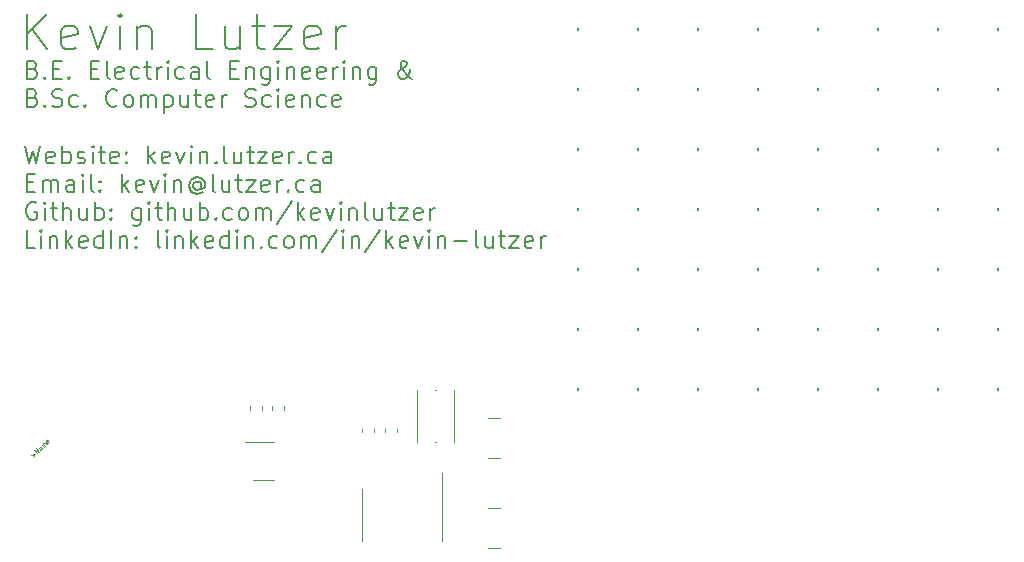
<source format=gbr>
G04 #@! TF.GenerationSoftware,KiCad,Pcbnew,(5.1.5-0-10_14)*
G04 #@! TF.CreationDate,2020-05-09T22:30:08-06:00*
G04 #@! TF.ProjectId,business_card_v1,62757369-6e65-4737-935f-636172645f76,rev?*
G04 #@! TF.SameCoordinates,Original*
G04 #@! TF.FileFunction,Legend,Top*
G04 #@! TF.FilePolarity,Positive*
%FSLAX46Y46*%
G04 Gerber Fmt 4.6, Leading zero omitted, Abs format (unit mm)*
G04 Created by KiCad (PCBNEW (5.1.5-0-10_14)) date 2020-05-09 22:30:08*
%MOMM*%
%LPD*%
G04 APERTURE LIST*
%ADD10C,0.203200*%
%ADD11C,0.142240*%
%ADD12C,0.120000*%
%ADD13C,0.100000*%
%ADD14C,0.032512*%
G04 APERTURE END LIST*
D10*
X107018365Y-85201142D02*
X107018365Y-82201142D01*
X108732651Y-85201142D02*
X107446937Y-83486857D01*
X108732651Y-82201142D02*
X107018365Y-83915428D01*
X111161222Y-85058285D02*
X110875508Y-85201142D01*
X110304080Y-85201142D01*
X110018365Y-85058285D01*
X109875508Y-84772571D01*
X109875508Y-83629714D01*
X110018365Y-83344000D01*
X110304080Y-83201142D01*
X110875508Y-83201142D01*
X111161222Y-83344000D01*
X111304080Y-83629714D01*
X111304080Y-83915428D01*
X109875508Y-84201142D01*
X112304080Y-83201142D02*
X113018365Y-85201142D01*
X113732651Y-83201142D01*
X114875508Y-85201142D02*
X114875508Y-83201142D01*
X114875508Y-82201142D02*
X114732651Y-82344000D01*
X114875508Y-82486857D01*
X115018365Y-82344000D01*
X114875508Y-82201142D01*
X114875508Y-82486857D01*
X116304080Y-83201142D02*
X116304080Y-85201142D01*
X116304080Y-83486857D02*
X116446937Y-83344000D01*
X116732651Y-83201142D01*
X117161222Y-83201142D01*
X117446937Y-83344000D01*
X117589794Y-83629714D01*
X117589794Y-85201142D01*
X122732651Y-85201142D02*
X121304080Y-85201142D01*
X121304080Y-82201142D01*
X125018365Y-83201142D02*
X125018365Y-85201142D01*
X123732651Y-83201142D02*
X123732651Y-84772571D01*
X123875508Y-85058285D01*
X124161222Y-85201142D01*
X124589794Y-85201142D01*
X124875508Y-85058285D01*
X125018365Y-84915428D01*
X126018365Y-83201142D02*
X127161222Y-83201142D01*
X126446937Y-82201142D02*
X126446937Y-84772571D01*
X126589794Y-85058285D01*
X126875508Y-85201142D01*
X127161222Y-85201142D01*
X127875508Y-83201142D02*
X129446937Y-83201142D01*
X127875508Y-85201142D01*
X129446937Y-85201142D01*
X131732651Y-85058285D02*
X131446937Y-85201142D01*
X130875508Y-85201142D01*
X130589794Y-85058285D01*
X130446937Y-84772571D01*
X130446937Y-83629714D01*
X130589794Y-83344000D01*
X130875508Y-83201142D01*
X131446937Y-83201142D01*
X131732651Y-83344000D01*
X131875508Y-83629714D01*
X131875508Y-83915428D01*
X130446937Y-84201142D01*
X133161222Y-85201142D02*
X133161222Y-83201142D01*
X133161222Y-83772571D02*
X133304080Y-83486857D01*
X133446937Y-83344000D01*
X133732651Y-83201142D01*
X134018365Y-83201142D01*
D11*
X107490698Y-86897417D02*
X107704984Y-86968845D01*
X107776413Y-87040274D01*
X107847841Y-87183131D01*
X107847841Y-87397417D01*
X107776413Y-87540274D01*
X107704984Y-87611702D01*
X107562127Y-87683131D01*
X106990698Y-87683131D01*
X106990698Y-86183131D01*
X107490698Y-86183131D01*
X107633556Y-86254560D01*
X107704984Y-86325988D01*
X107776413Y-86468845D01*
X107776413Y-86611702D01*
X107704984Y-86754560D01*
X107633556Y-86825988D01*
X107490698Y-86897417D01*
X106990698Y-86897417D01*
X108490698Y-87540274D02*
X108562127Y-87611702D01*
X108490698Y-87683131D01*
X108419270Y-87611702D01*
X108490698Y-87540274D01*
X108490698Y-87683131D01*
X109204984Y-86897417D02*
X109704984Y-86897417D01*
X109919270Y-87683131D02*
X109204984Y-87683131D01*
X109204984Y-86183131D01*
X109919270Y-86183131D01*
X110562127Y-87540274D02*
X110633556Y-87611702D01*
X110562127Y-87683131D01*
X110490698Y-87611702D01*
X110562127Y-87540274D01*
X110562127Y-87683131D01*
X112419270Y-86897417D02*
X112919270Y-86897417D01*
X113133556Y-87683131D02*
X112419270Y-87683131D01*
X112419270Y-86183131D01*
X113133556Y-86183131D01*
X113990698Y-87683131D02*
X113847841Y-87611702D01*
X113776413Y-87468845D01*
X113776413Y-86183131D01*
X115133556Y-87611702D02*
X114990698Y-87683131D01*
X114704984Y-87683131D01*
X114562127Y-87611702D01*
X114490698Y-87468845D01*
X114490698Y-86897417D01*
X114562127Y-86754560D01*
X114704984Y-86683131D01*
X114990698Y-86683131D01*
X115133556Y-86754560D01*
X115204984Y-86897417D01*
X115204984Y-87040274D01*
X114490698Y-87183131D01*
X116490698Y-87611702D02*
X116347841Y-87683131D01*
X116062127Y-87683131D01*
X115919270Y-87611702D01*
X115847841Y-87540274D01*
X115776413Y-87397417D01*
X115776413Y-86968845D01*
X115847841Y-86825988D01*
X115919270Y-86754560D01*
X116062127Y-86683131D01*
X116347841Y-86683131D01*
X116490698Y-86754560D01*
X116919270Y-86683131D02*
X117490698Y-86683131D01*
X117133556Y-86183131D02*
X117133556Y-87468845D01*
X117204984Y-87611702D01*
X117347841Y-87683131D01*
X117490698Y-87683131D01*
X117990698Y-87683131D02*
X117990698Y-86683131D01*
X117990698Y-86968845D02*
X118062127Y-86825988D01*
X118133556Y-86754560D01*
X118276413Y-86683131D01*
X118419270Y-86683131D01*
X118919270Y-87683131D02*
X118919270Y-86683131D01*
X118919270Y-86183131D02*
X118847841Y-86254560D01*
X118919270Y-86325988D01*
X118990698Y-86254560D01*
X118919270Y-86183131D01*
X118919270Y-86325988D01*
X120276413Y-87611702D02*
X120133556Y-87683131D01*
X119847841Y-87683131D01*
X119704984Y-87611702D01*
X119633556Y-87540274D01*
X119562127Y-87397417D01*
X119562127Y-86968845D01*
X119633556Y-86825988D01*
X119704984Y-86754560D01*
X119847841Y-86683131D01*
X120133556Y-86683131D01*
X120276413Y-86754560D01*
X121562127Y-87683131D02*
X121562127Y-86897417D01*
X121490698Y-86754560D01*
X121347841Y-86683131D01*
X121062127Y-86683131D01*
X120919270Y-86754560D01*
X121562127Y-87611702D02*
X121419270Y-87683131D01*
X121062127Y-87683131D01*
X120919270Y-87611702D01*
X120847841Y-87468845D01*
X120847841Y-87325988D01*
X120919270Y-87183131D01*
X121062127Y-87111702D01*
X121419270Y-87111702D01*
X121562127Y-87040274D01*
X122490698Y-87683131D02*
X122347841Y-87611702D01*
X122276413Y-87468845D01*
X122276413Y-86183131D01*
X124204984Y-86897417D02*
X124704984Y-86897417D01*
X124919270Y-87683131D02*
X124204984Y-87683131D01*
X124204984Y-86183131D01*
X124919270Y-86183131D01*
X125562127Y-86683131D02*
X125562127Y-87683131D01*
X125562127Y-86825988D02*
X125633556Y-86754560D01*
X125776413Y-86683131D01*
X125990698Y-86683131D01*
X126133556Y-86754560D01*
X126204984Y-86897417D01*
X126204984Y-87683131D01*
X127562127Y-86683131D02*
X127562127Y-87897417D01*
X127490698Y-88040274D01*
X127419270Y-88111702D01*
X127276413Y-88183131D01*
X127062127Y-88183131D01*
X126919270Y-88111702D01*
X127562127Y-87611702D02*
X127419270Y-87683131D01*
X127133556Y-87683131D01*
X126990698Y-87611702D01*
X126919270Y-87540274D01*
X126847841Y-87397417D01*
X126847841Y-86968845D01*
X126919270Y-86825988D01*
X126990698Y-86754560D01*
X127133556Y-86683131D01*
X127419270Y-86683131D01*
X127562127Y-86754560D01*
X128276413Y-87683131D02*
X128276413Y-86683131D01*
X128276413Y-86183131D02*
X128204984Y-86254560D01*
X128276413Y-86325988D01*
X128347841Y-86254560D01*
X128276413Y-86183131D01*
X128276413Y-86325988D01*
X128990698Y-86683131D02*
X128990698Y-87683131D01*
X128990698Y-86825988D02*
X129062127Y-86754560D01*
X129204984Y-86683131D01*
X129419270Y-86683131D01*
X129562127Y-86754560D01*
X129633556Y-86897417D01*
X129633556Y-87683131D01*
X130919270Y-87611702D02*
X130776413Y-87683131D01*
X130490698Y-87683131D01*
X130347841Y-87611702D01*
X130276413Y-87468845D01*
X130276413Y-86897417D01*
X130347841Y-86754560D01*
X130490698Y-86683131D01*
X130776413Y-86683131D01*
X130919270Y-86754560D01*
X130990698Y-86897417D01*
X130990698Y-87040274D01*
X130276413Y-87183131D01*
X132204984Y-87611702D02*
X132062127Y-87683131D01*
X131776413Y-87683131D01*
X131633556Y-87611702D01*
X131562127Y-87468845D01*
X131562127Y-86897417D01*
X131633556Y-86754560D01*
X131776413Y-86683131D01*
X132062127Y-86683131D01*
X132204984Y-86754560D01*
X132276413Y-86897417D01*
X132276413Y-87040274D01*
X131562127Y-87183131D01*
X132919270Y-87683131D02*
X132919270Y-86683131D01*
X132919270Y-86968845D02*
X132990698Y-86825988D01*
X133062127Y-86754560D01*
X133204984Y-86683131D01*
X133347841Y-86683131D01*
X133847841Y-87683131D02*
X133847841Y-86683131D01*
X133847841Y-86183131D02*
X133776413Y-86254560D01*
X133847841Y-86325988D01*
X133919270Y-86254560D01*
X133847841Y-86183131D01*
X133847841Y-86325988D01*
X134562127Y-86683131D02*
X134562127Y-87683131D01*
X134562127Y-86825988D02*
X134633556Y-86754560D01*
X134776413Y-86683131D01*
X134990698Y-86683131D01*
X135133556Y-86754560D01*
X135204984Y-86897417D01*
X135204984Y-87683131D01*
X136562127Y-86683131D02*
X136562127Y-87897417D01*
X136490698Y-88040274D01*
X136419270Y-88111702D01*
X136276413Y-88183131D01*
X136062127Y-88183131D01*
X135919270Y-88111702D01*
X136562127Y-87611702D02*
X136419270Y-87683131D01*
X136133556Y-87683131D01*
X135990698Y-87611702D01*
X135919270Y-87540274D01*
X135847841Y-87397417D01*
X135847841Y-86968845D01*
X135919270Y-86825988D01*
X135990698Y-86754560D01*
X136133556Y-86683131D01*
X136419270Y-86683131D01*
X136562127Y-86754560D01*
X139633556Y-87683131D02*
X139562127Y-87683131D01*
X139419270Y-87611702D01*
X139204984Y-87397417D01*
X138847841Y-86968845D01*
X138704984Y-86754560D01*
X138633556Y-86540274D01*
X138633556Y-86397417D01*
X138704984Y-86254560D01*
X138847841Y-86183131D01*
X138919270Y-86183131D01*
X139062127Y-86254560D01*
X139133556Y-86397417D01*
X139133556Y-86468845D01*
X139062127Y-86611702D01*
X138990698Y-86683131D01*
X138562127Y-86968845D01*
X138490698Y-87040274D01*
X138419270Y-87183131D01*
X138419270Y-87397417D01*
X138490698Y-87540274D01*
X138562127Y-87611702D01*
X138704984Y-87683131D01*
X138919270Y-87683131D01*
X139062127Y-87611702D01*
X139133556Y-87540274D01*
X139347841Y-87254560D01*
X139419270Y-87040274D01*
X139419270Y-86897417D01*
X107490698Y-89289657D02*
X107704984Y-89361085D01*
X107776413Y-89432514D01*
X107847841Y-89575371D01*
X107847841Y-89789657D01*
X107776413Y-89932514D01*
X107704984Y-90003942D01*
X107562127Y-90075371D01*
X106990698Y-90075371D01*
X106990698Y-88575371D01*
X107490698Y-88575371D01*
X107633556Y-88646800D01*
X107704984Y-88718228D01*
X107776413Y-88861085D01*
X107776413Y-89003942D01*
X107704984Y-89146800D01*
X107633556Y-89218228D01*
X107490698Y-89289657D01*
X106990698Y-89289657D01*
X108490698Y-89932514D02*
X108562127Y-90003942D01*
X108490698Y-90075371D01*
X108419270Y-90003942D01*
X108490698Y-89932514D01*
X108490698Y-90075371D01*
X109133556Y-90003942D02*
X109347841Y-90075371D01*
X109704984Y-90075371D01*
X109847841Y-90003942D01*
X109919270Y-89932514D01*
X109990698Y-89789657D01*
X109990698Y-89646800D01*
X109919270Y-89503942D01*
X109847841Y-89432514D01*
X109704984Y-89361085D01*
X109419270Y-89289657D01*
X109276413Y-89218228D01*
X109204984Y-89146800D01*
X109133556Y-89003942D01*
X109133556Y-88861085D01*
X109204984Y-88718228D01*
X109276413Y-88646800D01*
X109419270Y-88575371D01*
X109776413Y-88575371D01*
X109990698Y-88646800D01*
X111276413Y-90003942D02*
X111133556Y-90075371D01*
X110847841Y-90075371D01*
X110704984Y-90003942D01*
X110633556Y-89932514D01*
X110562127Y-89789657D01*
X110562127Y-89361085D01*
X110633556Y-89218228D01*
X110704984Y-89146800D01*
X110847841Y-89075371D01*
X111133556Y-89075371D01*
X111276413Y-89146800D01*
X111919270Y-89932514D02*
X111990698Y-90003942D01*
X111919270Y-90075371D01*
X111847841Y-90003942D01*
X111919270Y-89932514D01*
X111919270Y-90075371D01*
X114633556Y-89932514D02*
X114562127Y-90003942D01*
X114347841Y-90075371D01*
X114204984Y-90075371D01*
X113990698Y-90003942D01*
X113847841Y-89861085D01*
X113776413Y-89718228D01*
X113704984Y-89432514D01*
X113704984Y-89218228D01*
X113776413Y-88932514D01*
X113847841Y-88789657D01*
X113990698Y-88646800D01*
X114204984Y-88575371D01*
X114347841Y-88575371D01*
X114562127Y-88646800D01*
X114633556Y-88718228D01*
X115490698Y-90075371D02*
X115347841Y-90003942D01*
X115276413Y-89932514D01*
X115204984Y-89789657D01*
X115204984Y-89361085D01*
X115276413Y-89218228D01*
X115347841Y-89146800D01*
X115490698Y-89075371D01*
X115704984Y-89075371D01*
X115847841Y-89146800D01*
X115919270Y-89218228D01*
X115990698Y-89361085D01*
X115990698Y-89789657D01*
X115919270Y-89932514D01*
X115847841Y-90003942D01*
X115704984Y-90075371D01*
X115490698Y-90075371D01*
X116633556Y-90075371D02*
X116633556Y-89075371D01*
X116633556Y-89218228D02*
X116704984Y-89146800D01*
X116847841Y-89075371D01*
X117062127Y-89075371D01*
X117204984Y-89146800D01*
X117276413Y-89289657D01*
X117276413Y-90075371D01*
X117276413Y-89289657D02*
X117347841Y-89146800D01*
X117490698Y-89075371D01*
X117704984Y-89075371D01*
X117847841Y-89146800D01*
X117919270Y-89289657D01*
X117919270Y-90075371D01*
X118633556Y-89075371D02*
X118633556Y-90575371D01*
X118633556Y-89146800D02*
X118776413Y-89075371D01*
X119062127Y-89075371D01*
X119204984Y-89146800D01*
X119276413Y-89218228D01*
X119347841Y-89361085D01*
X119347841Y-89789657D01*
X119276413Y-89932514D01*
X119204984Y-90003942D01*
X119062127Y-90075371D01*
X118776413Y-90075371D01*
X118633556Y-90003942D01*
X120633556Y-89075371D02*
X120633556Y-90075371D01*
X119990698Y-89075371D02*
X119990698Y-89861085D01*
X120062127Y-90003942D01*
X120204984Y-90075371D01*
X120419270Y-90075371D01*
X120562127Y-90003942D01*
X120633556Y-89932514D01*
X121133556Y-89075371D02*
X121704984Y-89075371D01*
X121347841Y-88575371D02*
X121347841Y-89861085D01*
X121419270Y-90003942D01*
X121562127Y-90075371D01*
X121704984Y-90075371D01*
X122776413Y-90003942D02*
X122633556Y-90075371D01*
X122347841Y-90075371D01*
X122204984Y-90003942D01*
X122133556Y-89861085D01*
X122133556Y-89289657D01*
X122204984Y-89146800D01*
X122347841Y-89075371D01*
X122633556Y-89075371D01*
X122776413Y-89146800D01*
X122847841Y-89289657D01*
X122847841Y-89432514D01*
X122133556Y-89575371D01*
X123490698Y-90075371D02*
X123490698Y-89075371D01*
X123490698Y-89361085D02*
X123562127Y-89218228D01*
X123633556Y-89146800D01*
X123776413Y-89075371D01*
X123919270Y-89075371D01*
X125490698Y-90003942D02*
X125704984Y-90075371D01*
X126062127Y-90075371D01*
X126204984Y-90003942D01*
X126276413Y-89932514D01*
X126347841Y-89789657D01*
X126347841Y-89646800D01*
X126276413Y-89503942D01*
X126204984Y-89432514D01*
X126062127Y-89361085D01*
X125776413Y-89289657D01*
X125633556Y-89218228D01*
X125562127Y-89146800D01*
X125490698Y-89003942D01*
X125490698Y-88861085D01*
X125562127Y-88718228D01*
X125633556Y-88646800D01*
X125776413Y-88575371D01*
X126133556Y-88575371D01*
X126347841Y-88646800D01*
X127633556Y-90003942D02*
X127490698Y-90075371D01*
X127204984Y-90075371D01*
X127062127Y-90003942D01*
X126990698Y-89932514D01*
X126919270Y-89789657D01*
X126919270Y-89361085D01*
X126990698Y-89218228D01*
X127062127Y-89146800D01*
X127204984Y-89075371D01*
X127490698Y-89075371D01*
X127633556Y-89146800D01*
X128276413Y-90075371D02*
X128276413Y-89075371D01*
X128276413Y-88575371D02*
X128204984Y-88646800D01*
X128276413Y-88718228D01*
X128347841Y-88646800D01*
X128276413Y-88575371D01*
X128276413Y-88718228D01*
X129562127Y-90003942D02*
X129419270Y-90075371D01*
X129133556Y-90075371D01*
X128990698Y-90003942D01*
X128919270Y-89861085D01*
X128919270Y-89289657D01*
X128990698Y-89146800D01*
X129133556Y-89075371D01*
X129419270Y-89075371D01*
X129562127Y-89146800D01*
X129633556Y-89289657D01*
X129633556Y-89432514D01*
X128919270Y-89575371D01*
X130276413Y-89075371D02*
X130276413Y-90075371D01*
X130276413Y-89218228D02*
X130347841Y-89146800D01*
X130490698Y-89075371D01*
X130704984Y-89075371D01*
X130847841Y-89146800D01*
X130919270Y-89289657D01*
X130919270Y-90075371D01*
X132276413Y-90003942D02*
X132133556Y-90075371D01*
X131847841Y-90075371D01*
X131704984Y-90003942D01*
X131633556Y-89932514D01*
X131562127Y-89789657D01*
X131562127Y-89361085D01*
X131633556Y-89218228D01*
X131704984Y-89146800D01*
X131847841Y-89075371D01*
X132133556Y-89075371D01*
X132276413Y-89146800D01*
X133490698Y-90003942D02*
X133347841Y-90075371D01*
X133062127Y-90075371D01*
X132919270Y-90003942D01*
X132847841Y-89861085D01*
X132847841Y-89289657D01*
X132919270Y-89146800D01*
X133062127Y-89075371D01*
X133347841Y-89075371D01*
X133490698Y-89146800D01*
X133562127Y-89289657D01*
X133562127Y-89432514D01*
X132847841Y-89575371D01*
X106847841Y-93359851D02*
X107204984Y-94859851D01*
X107490698Y-93788422D01*
X107776413Y-94859851D01*
X108133556Y-93359851D01*
X109276413Y-94788422D02*
X109133556Y-94859851D01*
X108847841Y-94859851D01*
X108704984Y-94788422D01*
X108633556Y-94645565D01*
X108633556Y-94074137D01*
X108704984Y-93931280D01*
X108847841Y-93859851D01*
X109133556Y-93859851D01*
X109276413Y-93931280D01*
X109347841Y-94074137D01*
X109347841Y-94216994D01*
X108633556Y-94359851D01*
X109990698Y-94859851D02*
X109990698Y-93359851D01*
X109990698Y-93931280D02*
X110133556Y-93859851D01*
X110419270Y-93859851D01*
X110562127Y-93931280D01*
X110633556Y-94002708D01*
X110704984Y-94145565D01*
X110704984Y-94574137D01*
X110633556Y-94716994D01*
X110562127Y-94788422D01*
X110419270Y-94859851D01*
X110133556Y-94859851D01*
X109990698Y-94788422D01*
X111276413Y-94788422D02*
X111419270Y-94859851D01*
X111704984Y-94859851D01*
X111847841Y-94788422D01*
X111919270Y-94645565D01*
X111919270Y-94574137D01*
X111847841Y-94431280D01*
X111704984Y-94359851D01*
X111490698Y-94359851D01*
X111347841Y-94288422D01*
X111276413Y-94145565D01*
X111276413Y-94074137D01*
X111347841Y-93931280D01*
X111490698Y-93859851D01*
X111704984Y-93859851D01*
X111847841Y-93931280D01*
X112562127Y-94859851D02*
X112562127Y-93859851D01*
X112562127Y-93359851D02*
X112490698Y-93431280D01*
X112562127Y-93502708D01*
X112633556Y-93431280D01*
X112562127Y-93359851D01*
X112562127Y-93502708D01*
X113062127Y-93859851D02*
X113633556Y-93859851D01*
X113276413Y-93359851D02*
X113276413Y-94645565D01*
X113347841Y-94788422D01*
X113490698Y-94859851D01*
X113633556Y-94859851D01*
X114704984Y-94788422D02*
X114562127Y-94859851D01*
X114276413Y-94859851D01*
X114133556Y-94788422D01*
X114062127Y-94645565D01*
X114062127Y-94074137D01*
X114133556Y-93931280D01*
X114276413Y-93859851D01*
X114562127Y-93859851D01*
X114704984Y-93931280D01*
X114776413Y-94074137D01*
X114776413Y-94216994D01*
X114062127Y-94359851D01*
X115419270Y-94716994D02*
X115490698Y-94788422D01*
X115419270Y-94859851D01*
X115347841Y-94788422D01*
X115419270Y-94716994D01*
X115419270Y-94859851D01*
X115419270Y-93931280D02*
X115490698Y-94002708D01*
X115419270Y-94074137D01*
X115347841Y-94002708D01*
X115419270Y-93931280D01*
X115419270Y-94074137D01*
X117276413Y-94859851D02*
X117276413Y-93359851D01*
X117419270Y-94288422D02*
X117847841Y-94859851D01*
X117847841Y-93859851D02*
X117276413Y-94431280D01*
X119062127Y-94788422D02*
X118919270Y-94859851D01*
X118633556Y-94859851D01*
X118490698Y-94788422D01*
X118419270Y-94645565D01*
X118419270Y-94074137D01*
X118490698Y-93931280D01*
X118633556Y-93859851D01*
X118919270Y-93859851D01*
X119062127Y-93931280D01*
X119133556Y-94074137D01*
X119133556Y-94216994D01*
X118419270Y-94359851D01*
X119633556Y-93859851D02*
X119990698Y-94859851D01*
X120347841Y-93859851D01*
X120919270Y-94859851D02*
X120919270Y-93859851D01*
X120919270Y-93359851D02*
X120847841Y-93431280D01*
X120919270Y-93502708D01*
X120990698Y-93431280D01*
X120919270Y-93359851D01*
X120919270Y-93502708D01*
X121633556Y-93859851D02*
X121633556Y-94859851D01*
X121633556Y-94002708D02*
X121704984Y-93931280D01*
X121847841Y-93859851D01*
X122062127Y-93859851D01*
X122204984Y-93931280D01*
X122276413Y-94074137D01*
X122276413Y-94859851D01*
X122990698Y-94716994D02*
X123062127Y-94788422D01*
X122990698Y-94859851D01*
X122919270Y-94788422D01*
X122990698Y-94716994D01*
X122990698Y-94859851D01*
X123919270Y-94859851D02*
X123776413Y-94788422D01*
X123704984Y-94645565D01*
X123704984Y-93359851D01*
X125133556Y-93859851D02*
X125133556Y-94859851D01*
X124490698Y-93859851D02*
X124490698Y-94645565D01*
X124562127Y-94788422D01*
X124704984Y-94859851D01*
X124919270Y-94859851D01*
X125062127Y-94788422D01*
X125133556Y-94716994D01*
X125633556Y-93859851D02*
X126204984Y-93859851D01*
X125847841Y-93359851D02*
X125847841Y-94645565D01*
X125919270Y-94788422D01*
X126062127Y-94859851D01*
X126204984Y-94859851D01*
X126562127Y-93859851D02*
X127347841Y-93859851D01*
X126562127Y-94859851D01*
X127347841Y-94859851D01*
X128490698Y-94788422D02*
X128347841Y-94859851D01*
X128062127Y-94859851D01*
X127919270Y-94788422D01*
X127847841Y-94645565D01*
X127847841Y-94074137D01*
X127919270Y-93931280D01*
X128062127Y-93859851D01*
X128347841Y-93859851D01*
X128490698Y-93931280D01*
X128562127Y-94074137D01*
X128562127Y-94216994D01*
X127847841Y-94359851D01*
X129204984Y-94859851D02*
X129204984Y-93859851D01*
X129204984Y-94145565D02*
X129276413Y-94002708D01*
X129347841Y-93931280D01*
X129490698Y-93859851D01*
X129633556Y-93859851D01*
X130133556Y-94716994D02*
X130204984Y-94788422D01*
X130133556Y-94859851D01*
X130062127Y-94788422D01*
X130133556Y-94716994D01*
X130133556Y-94859851D01*
X131490698Y-94788422D02*
X131347841Y-94859851D01*
X131062127Y-94859851D01*
X130919270Y-94788422D01*
X130847841Y-94716994D01*
X130776413Y-94574137D01*
X130776413Y-94145565D01*
X130847841Y-94002708D01*
X130919270Y-93931280D01*
X131062127Y-93859851D01*
X131347841Y-93859851D01*
X131490698Y-93931280D01*
X132776413Y-94859851D02*
X132776413Y-94074137D01*
X132704984Y-93931280D01*
X132562127Y-93859851D01*
X132276413Y-93859851D01*
X132133556Y-93931280D01*
X132776413Y-94788422D02*
X132633556Y-94859851D01*
X132276413Y-94859851D01*
X132133556Y-94788422D01*
X132062127Y-94645565D01*
X132062127Y-94502708D01*
X132133556Y-94359851D01*
X132276413Y-94288422D01*
X132633556Y-94288422D01*
X132776413Y-94216994D01*
X106990698Y-96466377D02*
X107490698Y-96466377D01*
X107704984Y-97252091D02*
X106990698Y-97252091D01*
X106990698Y-95752091D01*
X107704984Y-95752091D01*
X108347841Y-97252091D02*
X108347841Y-96252091D01*
X108347841Y-96394948D02*
X108419270Y-96323520D01*
X108562127Y-96252091D01*
X108776413Y-96252091D01*
X108919270Y-96323520D01*
X108990698Y-96466377D01*
X108990698Y-97252091D01*
X108990698Y-96466377D02*
X109062127Y-96323520D01*
X109204984Y-96252091D01*
X109419270Y-96252091D01*
X109562127Y-96323520D01*
X109633556Y-96466377D01*
X109633556Y-97252091D01*
X110990698Y-97252091D02*
X110990698Y-96466377D01*
X110919270Y-96323520D01*
X110776413Y-96252091D01*
X110490698Y-96252091D01*
X110347841Y-96323520D01*
X110990698Y-97180662D02*
X110847841Y-97252091D01*
X110490698Y-97252091D01*
X110347841Y-97180662D01*
X110276413Y-97037805D01*
X110276413Y-96894948D01*
X110347841Y-96752091D01*
X110490698Y-96680662D01*
X110847841Y-96680662D01*
X110990698Y-96609234D01*
X111704984Y-97252091D02*
X111704984Y-96252091D01*
X111704984Y-95752091D02*
X111633556Y-95823520D01*
X111704984Y-95894948D01*
X111776413Y-95823520D01*
X111704984Y-95752091D01*
X111704984Y-95894948D01*
X112633556Y-97252091D02*
X112490698Y-97180662D01*
X112419270Y-97037805D01*
X112419270Y-95752091D01*
X113204984Y-97109234D02*
X113276413Y-97180662D01*
X113204984Y-97252091D01*
X113133556Y-97180662D01*
X113204984Y-97109234D01*
X113204984Y-97252091D01*
X113204984Y-96323520D02*
X113276413Y-96394948D01*
X113204984Y-96466377D01*
X113133556Y-96394948D01*
X113204984Y-96323520D01*
X113204984Y-96466377D01*
X115062127Y-97252091D02*
X115062127Y-95752091D01*
X115204984Y-96680662D02*
X115633556Y-97252091D01*
X115633556Y-96252091D02*
X115062127Y-96823520D01*
X116847841Y-97180662D02*
X116704984Y-97252091D01*
X116419270Y-97252091D01*
X116276413Y-97180662D01*
X116204984Y-97037805D01*
X116204984Y-96466377D01*
X116276413Y-96323520D01*
X116419270Y-96252091D01*
X116704984Y-96252091D01*
X116847841Y-96323520D01*
X116919270Y-96466377D01*
X116919270Y-96609234D01*
X116204984Y-96752091D01*
X117419270Y-96252091D02*
X117776413Y-97252091D01*
X118133556Y-96252091D01*
X118704984Y-97252091D02*
X118704984Y-96252091D01*
X118704984Y-95752091D02*
X118633556Y-95823520D01*
X118704984Y-95894948D01*
X118776413Y-95823520D01*
X118704984Y-95752091D01*
X118704984Y-95894948D01*
X119419270Y-96252091D02*
X119419270Y-97252091D01*
X119419270Y-96394948D02*
X119490698Y-96323520D01*
X119633556Y-96252091D01*
X119847841Y-96252091D01*
X119990698Y-96323520D01*
X120062127Y-96466377D01*
X120062127Y-97252091D01*
X121704984Y-96537805D02*
X121633556Y-96466377D01*
X121490698Y-96394948D01*
X121347841Y-96394948D01*
X121204984Y-96466377D01*
X121133556Y-96537805D01*
X121062127Y-96680662D01*
X121062127Y-96823520D01*
X121133556Y-96966377D01*
X121204984Y-97037805D01*
X121347841Y-97109234D01*
X121490698Y-97109234D01*
X121633556Y-97037805D01*
X121704984Y-96966377D01*
X121704984Y-96394948D02*
X121704984Y-96966377D01*
X121776413Y-97037805D01*
X121847841Y-97037805D01*
X121990698Y-96966377D01*
X122062127Y-96823520D01*
X122062127Y-96466377D01*
X121919270Y-96252091D01*
X121704984Y-96109234D01*
X121419270Y-96037805D01*
X121133556Y-96109234D01*
X120919270Y-96252091D01*
X120776413Y-96466377D01*
X120704984Y-96752091D01*
X120776413Y-97037805D01*
X120919270Y-97252091D01*
X121133556Y-97394948D01*
X121419270Y-97466377D01*
X121704984Y-97394948D01*
X121919270Y-97252091D01*
X122919270Y-97252091D02*
X122776413Y-97180662D01*
X122704984Y-97037805D01*
X122704984Y-95752091D01*
X124133556Y-96252091D02*
X124133556Y-97252091D01*
X123490698Y-96252091D02*
X123490698Y-97037805D01*
X123562127Y-97180662D01*
X123704984Y-97252091D01*
X123919270Y-97252091D01*
X124062127Y-97180662D01*
X124133556Y-97109234D01*
X124633556Y-96252091D02*
X125204984Y-96252091D01*
X124847841Y-95752091D02*
X124847841Y-97037805D01*
X124919270Y-97180662D01*
X125062127Y-97252091D01*
X125204984Y-97252091D01*
X125562127Y-96252091D02*
X126347841Y-96252091D01*
X125562127Y-97252091D01*
X126347841Y-97252091D01*
X127490698Y-97180662D02*
X127347841Y-97252091D01*
X127062127Y-97252091D01*
X126919270Y-97180662D01*
X126847841Y-97037805D01*
X126847841Y-96466377D01*
X126919270Y-96323520D01*
X127062127Y-96252091D01*
X127347841Y-96252091D01*
X127490698Y-96323520D01*
X127562127Y-96466377D01*
X127562127Y-96609234D01*
X126847841Y-96752091D01*
X128204984Y-97252091D02*
X128204984Y-96252091D01*
X128204984Y-96537805D02*
X128276413Y-96394948D01*
X128347841Y-96323520D01*
X128490698Y-96252091D01*
X128633556Y-96252091D01*
X129133556Y-97109234D02*
X129204984Y-97180662D01*
X129133556Y-97252091D01*
X129062127Y-97180662D01*
X129133556Y-97109234D01*
X129133556Y-97252091D01*
X130490698Y-97180662D02*
X130347841Y-97252091D01*
X130062127Y-97252091D01*
X129919270Y-97180662D01*
X129847841Y-97109234D01*
X129776413Y-96966377D01*
X129776413Y-96537805D01*
X129847841Y-96394948D01*
X129919270Y-96323520D01*
X130062127Y-96252091D01*
X130347841Y-96252091D01*
X130490698Y-96323520D01*
X131776413Y-97252091D02*
X131776413Y-96466377D01*
X131704984Y-96323520D01*
X131562127Y-96252091D01*
X131276413Y-96252091D01*
X131133556Y-96323520D01*
X131776413Y-97180662D02*
X131633556Y-97252091D01*
X131276413Y-97252091D01*
X131133556Y-97180662D01*
X131062127Y-97037805D01*
X131062127Y-96894948D01*
X131133556Y-96752091D01*
X131276413Y-96680662D01*
X131633556Y-96680662D01*
X131776413Y-96609234D01*
X107776413Y-98215760D02*
X107633556Y-98144331D01*
X107419270Y-98144331D01*
X107204984Y-98215760D01*
X107062127Y-98358617D01*
X106990698Y-98501474D01*
X106919270Y-98787188D01*
X106919270Y-99001474D01*
X106990698Y-99287188D01*
X107062127Y-99430045D01*
X107204984Y-99572902D01*
X107419270Y-99644331D01*
X107562127Y-99644331D01*
X107776413Y-99572902D01*
X107847841Y-99501474D01*
X107847841Y-99001474D01*
X107562127Y-99001474D01*
X108490698Y-99644331D02*
X108490698Y-98644331D01*
X108490698Y-98144331D02*
X108419270Y-98215760D01*
X108490698Y-98287188D01*
X108562127Y-98215760D01*
X108490698Y-98144331D01*
X108490698Y-98287188D01*
X108990698Y-98644331D02*
X109562127Y-98644331D01*
X109204984Y-98144331D02*
X109204984Y-99430045D01*
X109276413Y-99572902D01*
X109419270Y-99644331D01*
X109562127Y-99644331D01*
X110062127Y-99644331D02*
X110062127Y-98144331D01*
X110704984Y-99644331D02*
X110704984Y-98858617D01*
X110633556Y-98715760D01*
X110490698Y-98644331D01*
X110276413Y-98644331D01*
X110133556Y-98715760D01*
X110062127Y-98787188D01*
X112062127Y-98644331D02*
X112062127Y-99644331D01*
X111419270Y-98644331D02*
X111419270Y-99430045D01*
X111490698Y-99572902D01*
X111633556Y-99644331D01*
X111847841Y-99644331D01*
X111990698Y-99572902D01*
X112062127Y-99501474D01*
X112776413Y-99644331D02*
X112776413Y-98144331D01*
X112776413Y-98715760D02*
X112919270Y-98644331D01*
X113204984Y-98644331D01*
X113347841Y-98715760D01*
X113419270Y-98787188D01*
X113490698Y-98930045D01*
X113490698Y-99358617D01*
X113419270Y-99501474D01*
X113347841Y-99572902D01*
X113204984Y-99644331D01*
X112919270Y-99644331D01*
X112776413Y-99572902D01*
X114133556Y-99501474D02*
X114204984Y-99572902D01*
X114133556Y-99644331D01*
X114062127Y-99572902D01*
X114133556Y-99501474D01*
X114133556Y-99644331D01*
X114133556Y-98715760D02*
X114204984Y-98787188D01*
X114133556Y-98858617D01*
X114062127Y-98787188D01*
X114133556Y-98715760D01*
X114133556Y-98858617D01*
X116633556Y-98644331D02*
X116633556Y-99858617D01*
X116562127Y-100001474D01*
X116490698Y-100072902D01*
X116347841Y-100144331D01*
X116133556Y-100144331D01*
X115990698Y-100072902D01*
X116633556Y-99572902D02*
X116490698Y-99644331D01*
X116204984Y-99644331D01*
X116062127Y-99572902D01*
X115990698Y-99501474D01*
X115919270Y-99358617D01*
X115919270Y-98930045D01*
X115990698Y-98787188D01*
X116062127Y-98715760D01*
X116204984Y-98644331D01*
X116490698Y-98644331D01*
X116633556Y-98715760D01*
X117347841Y-99644331D02*
X117347841Y-98644331D01*
X117347841Y-98144331D02*
X117276413Y-98215760D01*
X117347841Y-98287188D01*
X117419270Y-98215760D01*
X117347841Y-98144331D01*
X117347841Y-98287188D01*
X117847841Y-98644331D02*
X118419270Y-98644331D01*
X118062127Y-98144331D02*
X118062127Y-99430045D01*
X118133556Y-99572902D01*
X118276413Y-99644331D01*
X118419270Y-99644331D01*
X118919270Y-99644331D02*
X118919270Y-98144331D01*
X119562127Y-99644331D02*
X119562127Y-98858617D01*
X119490698Y-98715760D01*
X119347841Y-98644331D01*
X119133556Y-98644331D01*
X118990698Y-98715760D01*
X118919270Y-98787188D01*
X120919270Y-98644331D02*
X120919270Y-99644331D01*
X120276413Y-98644331D02*
X120276413Y-99430045D01*
X120347841Y-99572902D01*
X120490698Y-99644331D01*
X120704984Y-99644331D01*
X120847841Y-99572902D01*
X120919270Y-99501474D01*
X121633556Y-99644331D02*
X121633556Y-98144331D01*
X121633556Y-98715760D02*
X121776413Y-98644331D01*
X122062127Y-98644331D01*
X122204984Y-98715760D01*
X122276413Y-98787188D01*
X122347841Y-98930045D01*
X122347841Y-99358617D01*
X122276413Y-99501474D01*
X122204984Y-99572902D01*
X122062127Y-99644331D01*
X121776413Y-99644331D01*
X121633556Y-99572902D01*
X122990698Y-99501474D02*
X123062127Y-99572902D01*
X122990698Y-99644331D01*
X122919270Y-99572902D01*
X122990698Y-99501474D01*
X122990698Y-99644331D01*
X124347841Y-99572902D02*
X124204984Y-99644331D01*
X123919270Y-99644331D01*
X123776413Y-99572902D01*
X123704984Y-99501474D01*
X123633556Y-99358617D01*
X123633556Y-98930045D01*
X123704984Y-98787188D01*
X123776413Y-98715760D01*
X123919270Y-98644331D01*
X124204984Y-98644331D01*
X124347841Y-98715760D01*
X125204984Y-99644331D02*
X125062127Y-99572902D01*
X124990698Y-99501474D01*
X124919270Y-99358617D01*
X124919270Y-98930045D01*
X124990698Y-98787188D01*
X125062127Y-98715760D01*
X125204984Y-98644331D01*
X125419270Y-98644331D01*
X125562127Y-98715760D01*
X125633556Y-98787188D01*
X125704984Y-98930045D01*
X125704984Y-99358617D01*
X125633556Y-99501474D01*
X125562127Y-99572902D01*
X125419270Y-99644331D01*
X125204984Y-99644331D01*
X126347841Y-99644331D02*
X126347841Y-98644331D01*
X126347841Y-98787188D02*
X126419270Y-98715760D01*
X126562127Y-98644331D01*
X126776413Y-98644331D01*
X126919270Y-98715760D01*
X126990698Y-98858617D01*
X126990698Y-99644331D01*
X126990698Y-98858617D02*
X127062127Y-98715760D01*
X127204984Y-98644331D01*
X127419270Y-98644331D01*
X127562127Y-98715760D01*
X127633556Y-98858617D01*
X127633556Y-99644331D01*
X129419270Y-98072902D02*
X128133556Y-100001474D01*
X129919270Y-99644331D02*
X129919270Y-98144331D01*
X130062127Y-99072902D02*
X130490698Y-99644331D01*
X130490698Y-98644331D02*
X129919270Y-99215760D01*
X131704984Y-99572902D02*
X131562127Y-99644331D01*
X131276413Y-99644331D01*
X131133556Y-99572902D01*
X131062127Y-99430045D01*
X131062127Y-98858617D01*
X131133556Y-98715760D01*
X131276413Y-98644331D01*
X131562127Y-98644331D01*
X131704984Y-98715760D01*
X131776413Y-98858617D01*
X131776413Y-99001474D01*
X131062127Y-99144331D01*
X132276413Y-98644331D02*
X132633556Y-99644331D01*
X132990698Y-98644331D01*
X133562127Y-99644331D02*
X133562127Y-98644331D01*
X133562127Y-98144331D02*
X133490698Y-98215760D01*
X133562127Y-98287188D01*
X133633556Y-98215760D01*
X133562127Y-98144331D01*
X133562127Y-98287188D01*
X134276413Y-98644331D02*
X134276413Y-99644331D01*
X134276413Y-98787188D02*
X134347841Y-98715760D01*
X134490698Y-98644331D01*
X134704984Y-98644331D01*
X134847841Y-98715760D01*
X134919270Y-98858617D01*
X134919270Y-99644331D01*
X135847841Y-99644331D02*
X135704984Y-99572902D01*
X135633556Y-99430045D01*
X135633556Y-98144331D01*
X137062127Y-98644331D02*
X137062127Y-99644331D01*
X136419270Y-98644331D02*
X136419270Y-99430045D01*
X136490698Y-99572902D01*
X136633556Y-99644331D01*
X136847841Y-99644331D01*
X136990698Y-99572902D01*
X137062127Y-99501474D01*
X137562127Y-98644331D02*
X138133556Y-98644331D01*
X137776413Y-98144331D02*
X137776413Y-99430045D01*
X137847841Y-99572902D01*
X137990698Y-99644331D01*
X138133556Y-99644331D01*
X138490698Y-98644331D02*
X139276413Y-98644331D01*
X138490698Y-99644331D01*
X139276413Y-99644331D01*
X140419270Y-99572902D02*
X140276413Y-99644331D01*
X139990698Y-99644331D01*
X139847841Y-99572902D01*
X139776413Y-99430045D01*
X139776413Y-98858617D01*
X139847841Y-98715760D01*
X139990698Y-98644331D01*
X140276413Y-98644331D01*
X140419270Y-98715760D01*
X140490698Y-98858617D01*
X140490698Y-99001474D01*
X139776413Y-99144331D01*
X141133556Y-99644331D02*
X141133556Y-98644331D01*
X141133556Y-98930045D02*
X141204984Y-98787188D01*
X141276413Y-98715760D01*
X141419270Y-98644331D01*
X141562127Y-98644331D01*
X107704984Y-102036571D02*
X106990698Y-102036571D01*
X106990698Y-100536571D01*
X108204984Y-102036571D02*
X108204984Y-101036571D01*
X108204984Y-100536571D02*
X108133556Y-100608000D01*
X108204984Y-100679428D01*
X108276413Y-100608000D01*
X108204984Y-100536571D01*
X108204984Y-100679428D01*
X108919270Y-101036571D02*
X108919270Y-102036571D01*
X108919270Y-101179428D02*
X108990698Y-101108000D01*
X109133556Y-101036571D01*
X109347841Y-101036571D01*
X109490698Y-101108000D01*
X109562127Y-101250857D01*
X109562127Y-102036571D01*
X110276413Y-102036571D02*
X110276413Y-100536571D01*
X110419270Y-101465142D02*
X110847841Y-102036571D01*
X110847841Y-101036571D02*
X110276413Y-101608000D01*
X112062127Y-101965142D02*
X111919270Y-102036571D01*
X111633556Y-102036571D01*
X111490698Y-101965142D01*
X111419270Y-101822285D01*
X111419270Y-101250857D01*
X111490698Y-101108000D01*
X111633556Y-101036571D01*
X111919270Y-101036571D01*
X112062127Y-101108000D01*
X112133556Y-101250857D01*
X112133556Y-101393714D01*
X111419270Y-101536571D01*
X113419270Y-102036571D02*
X113419270Y-100536571D01*
X113419270Y-101965142D02*
X113276413Y-102036571D01*
X112990698Y-102036571D01*
X112847841Y-101965142D01*
X112776413Y-101893714D01*
X112704984Y-101750857D01*
X112704984Y-101322285D01*
X112776413Y-101179428D01*
X112847841Y-101108000D01*
X112990698Y-101036571D01*
X113276413Y-101036571D01*
X113419270Y-101108000D01*
X114133556Y-102036571D02*
X114133556Y-100536571D01*
X114847841Y-101036571D02*
X114847841Y-102036571D01*
X114847841Y-101179428D02*
X114919270Y-101108000D01*
X115062127Y-101036571D01*
X115276413Y-101036571D01*
X115419270Y-101108000D01*
X115490698Y-101250857D01*
X115490698Y-102036571D01*
X116204984Y-101893714D02*
X116276413Y-101965142D01*
X116204984Y-102036571D01*
X116133556Y-101965142D01*
X116204984Y-101893714D01*
X116204984Y-102036571D01*
X116204984Y-101108000D02*
X116276413Y-101179428D01*
X116204984Y-101250857D01*
X116133556Y-101179428D01*
X116204984Y-101108000D01*
X116204984Y-101250857D01*
X118276413Y-102036571D02*
X118133556Y-101965142D01*
X118062127Y-101822285D01*
X118062127Y-100536571D01*
X118847841Y-102036571D02*
X118847841Y-101036571D01*
X118847841Y-100536571D02*
X118776413Y-100608000D01*
X118847841Y-100679428D01*
X118919270Y-100608000D01*
X118847841Y-100536571D01*
X118847841Y-100679428D01*
X119562127Y-101036571D02*
X119562127Y-102036571D01*
X119562127Y-101179428D02*
X119633556Y-101108000D01*
X119776413Y-101036571D01*
X119990698Y-101036571D01*
X120133556Y-101108000D01*
X120204984Y-101250857D01*
X120204984Y-102036571D01*
X120919270Y-102036571D02*
X120919270Y-100536571D01*
X121062127Y-101465142D02*
X121490698Y-102036571D01*
X121490698Y-101036571D02*
X120919270Y-101608000D01*
X122704984Y-101965142D02*
X122562127Y-102036571D01*
X122276413Y-102036571D01*
X122133556Y-101965142D01*
X122062127Y-101822285D01*
X122062127Y-101250857D01*
X122133556Y-101108000D01*
X122276413Y-101036571D01*
X122562127Y-101036571D01*
X122704984Y-101108000D01*
X122776413Y-101250857D01*
X122776413Y-101393714D01*
X122062127Y-101536571D01*
X124062127Y-102036571D02*
X124062127Y-100536571D01*
X124062127Y-101965142D02*
X123919270Y-102036571D01*
X123633556Y-102036571D01*
X123490698Y-101965142D01*
X123419270Y-101893714D01*
X123347841Y-101750857D01*
X123347841Y-101322285D01*
X123419270Y-101179428D01*
X123490698Y-101108000D01*
X123633556Y-101036571D01*
X123919270Y-101036571D01*
X124062127Y-101108000D01*
X124776413Y-102036571D02*
X124776413Y-101036571D01*
X124776413Y-100536571D02*
X124704984Y-100608000D01*
X124776413Y-100679428D01*
X124847841Y-100608000D01*
X124776413Y-100536571D01*
X124776413Y-100679428D01*
X125490698Y-101036571D02*
X125490698Y-102036571D01*
X125490698Y-101179428D02*
X125562127Y-101108000D01*
X125704984Y-101036571D01*
X125919270Y-101036571D01*
X126062127Y-101108000D01*
X126133556Y-101250857D01*
X126133556Y-102036571D01*
X126847841Y-101893714D02*
X126919270Y-101965142D01*
X126847841Y-102036571D01*
X126776413Y-101965142D01*
X126847841Y-101893714D01*
X126847841Y-102036571D01*
X128204984Y-101965142D02*
X128062127Y-102036571D01*
X127776413Y-102036571D01*
X127633556Y-101965142D01*
X127562127Y-101893714D01*
X127490698Y-101750857D01*
X127490698Y-101322285D01*
X127562127Y-101179428D01*
X127633556Y-101108000D01*
X127776413Y-101036571D01*
X128062127Y-101036571D01*
X128204984Y-101108000D01*
X129062127Y-102036571D02*
X128919270Y-101965142D01*
X128847841Y-101893714D01*
X128776413Y-101750857D01*
X128776413Y-101322285D01*
X128847841Y-101179428D01*
X128919270Y-101108000D01*
X129062127Y-101036571D01*
X129276413Y-101036571D01*
X129419270Y-101108000D01*
X129490698Y-101179428D01*
X129562127Y-101322285D01*
X129562127Y-101750857D01*
X129490698Y-101893714D01*
X129419270Y-101965142D01*
X129276413Y-102036571D01*
X129062127Y-102036571D01*
X130204984Y-102036571D02*
X130204984Y-101036571D01*
X130204984Y-101179428D02*
X130276413Y-101108000D01*
X130419270Y-101036571D01*
X130633556Y-101036571D01*
X130776413Y-101108000D01*
X130847841Y-101250857D01*
X130847841Y-102036571D01*
X130847841Y-101250857D02*
X130919270Y-101108000D01*
X131062127Y-101036571D01*
X131276413Y-101036571D01*
X131419270Y-101108000D01*
X131490698Y-101250857D01*
X131490698Y-102036571D01*
X133276413Y-100465142D02*
X131990698Y-102393714D01*
X133776413Y-102036571D02*
X133776413Y-101036571D01*
X133776413Y-100536571D02*
X133704984Y-100608000D01*
X133776413Y-100679428D01*
X133847841Y-100608000D01*
X133776413Y-100536571D01*
X133776413Y-100679428D01*
X134490698Y-101036571D02*
X134490698Y-102036571D01*
X134490698Y-101179428D02*
X134562127Y-101108000D01*
X134704984Y-101036571D01*
X134919270Y-101036571D01*
X135062127Y-101108000D01*
X135133556Y-101250857D01*
X135133556Y-102036571D01*
X136919270Y-100465142D02*
X135633556Y-102393714D01*
X137419270Y-102036571D02*
X137419270Y-100536571D01*
X137562127Y-101465142D02*
X137990698Y-102036571D01*
X137990698Y-101036571D02*
X137419270Y-101608000D01*
X139204984Y-101965142D02*
X139062127Y-102036571D01*
X138776413Y-102036571D01*
X138633556Y-101965142D01*
X138562127Y-101822285D01*
X138562127Y-101250857D01*
X138633556Y-101108000D01*
X138776413Y-101036571D01*
X139062127Y-101036571D01*
X139204984Y-101108000D01*
X139276413Y-101250857D01*
X139276413Y-101393714D01*
X138562127Y-101536571D01*
X139776413Y-101036571D02*
X140133556Y-102036571D01*
X140490698Y-101036571D01*
X141062127Y-102036571D02*
X141062127Y-101036571D01*
X141062127Y-100536571D02*
X140990698Y-100608000D01*
X141062127Y-100679428D01*
X141133556Y-100608000D01*
X141062127Y-100536571D01*
X141062127Y-100679428D01*
X141776413Y-101036571D02*
X141776413Y-102036571D01*
X141776413Y-101179428D02*
X141847841Y-101108000D01*
X141990698Y-101036571D01*
X142204984Y-101036571D01*
X142347841Y-101108000D01*
X142419270Y-101250857D01*
X142419270Y-102036571D01*
X143133556Y-101465142D02*
X144276413Y-101465142D01*
X145204984Y-102036571D02*
X145062127Y-101965142D01*
X144990698Y-101822285D01*
X144990698Y-100536571D01*
X146419270Y-101036571D02*
X146419270Y-102036571D01*
X145776413Y-101036571D02*
X145776413Y-101822285D01*
X145847841Y-101965142D01*
X145990698Y-102036571D01*
X146204984Y-102036571D01*
X146347841Y-101965142D01*
X146419270Y-101893714D01*
X146919270Y-101036571D02*
X147490698Y-101036571D01*
X147133556Y-100536571D02*
X147133556Y-101822285D01*
X147204984Y-101965142D01*
X147347841Y-102036571D01*
X147490698Y-102036571D01*
X147847841Y-101036571D02*
X148633556Y-101036571D01*
X147847841Y-102036571D01*
X148633556Y-102036571D01*
X149776413Y-101965142D02*
X149633556Y-102036571D01*
X149347841Y-102036571D01*
X149204984Y-101965142D01*
X149133556Y-101822285D01*
X149133556Y-101250857D01*
X149204984Y-101108000D01*
X149347841Y-101036571D01*
X149633556Y-101036571D01*
X149776413Y-101108000D01*
X149847841Y-101250857D01*
X149847841Y-101393714D01*
X149133556Y-101536571D01*
X150490698Y-102036571D02*
X150490698Y-101036571D01*
X150490698Y-101322285D02*
X150562127Y-101179428D01*
X150633556Y-101108000D01*
X150776413Y-101036571D01*
X150919270Y-101036571D01*
D12*
X147058000Y-124050000D02*
X146058000Y-124050000D01*
X147058000Y-127410000D02*
X146058000Y-127410000D01*
X147058000Y-116430000D02*
X146058000Y-116430000D01*
X147058000Y-119790000D02*
X146058000Y-119790000D01*
X141655000Y-118405000D02*
X141555000Y-118405000D01*
X140055000Y-114005000D02*
X140055000Y-118405000D01*
X143155000Y-118405000D02*
X143155000Y-114005000D01*
X141655000Y-114005000D02*
X141555000Y-114005000D01*
X136400000Y-117637779D02*
X136400000Y-117312221D01*
X135380000Y-117637779D02*
X135380000Y-117312221D01*
X138305000Y-117637779D02*
X138305000Y-117312221D01*
X137285000Y-117637779D02*
X137285000Y-117312221D01*
X128780000Y-115732779D02*
X128780000Y-115407221D01*
X127760000Y-115732779D02*
X127760000Y-115407221D01*
X125855000Y-115732779D02*
X125855000Y-115407221D01*
X126875000Y-115732779D02*
X126875000Y-115407221D01*
X142132500Y-124650500D02*
X142132500Y-121050500D01*
X142132500Y-124650500D02*
X142132500Y-126850500D01*
X135362500Y-124650500D02*
X135362500Y-122450500D01*
X135362500Y-124650500D02*
X135362500Y-126850500D01*
X127900000Y-118405000D02*
X125450000Y-118405000D01*
X126100000Y-121625000D02*
X127900000Y-121625000D01*
D13*
G36*
X158611100Y-88493600D02*
G01*
X158611100Y-88693600D01*
X158811100Y-88693600D01*
X158811100Y-88493600D01*
X158611100Y-88493600D01*
G37*
G36*
X163691100Y-88493600D02*
G01*
X163691100Y-88693600D01*
X163891100Y-88693600D01*
X163891100Y-88493600D01*
X163691100Y-88493600D01*
G37*
G36*
X168771100Y-88493600D02*
G01*
X168771100Y-88693600D01*
X168971100Y-88693600D01*
X168971100Y-88493600D01*
X168771100Y-88493600D01*
G37*
G36*
X173851100Y-88493600D02*
G01*
X173851100Y-88693600D01*
X174051100Y-88693600D01*
X174051100Y-88493600D01*
X173851100Y-88493600D01*
G37*
G36*
X178931100Y-88493600D02*
G01*
X178931100Y-88693600D01*
X179131100Y-88693600D01*
X179131100Y-88493600D01*
X178931100Y-88493600D01*
G37*
G36*
X184011100Y-88493600D02*
G01*
X184011100Y-88693600D01*
X184211100Y-88693600D01*
X184211100Y-88493600D01*
X184011100Y-88493600D01*
G37*
G36*
X189091100Y-88493600D02*
G01*
X189091100Y-88693600D01*
X189291100Y-88693600D01*
X189291100Y-88493600D01*
X189091100Y-88493600D01*
G37*
G36*
X153531100Y-93573600D02*
G01*
X153531100Y-93773600D01*
X153731100Y-93773600D01*
X153731100Y-93573600D01*
X153531100Y-93573600D01*
G37*
G36*
X158611100Y-93573600D02*
G01*
X158611100Y-93773600D01*
X158811100Y-93773600D01*
X158811100Y-93573600D01*
X158611100Y-93573600D01*
G37*
G36*
X163691100Y-93573600D02*
G01*
X163691100Y-93773600D01*
X163891100Y-93773600D01*
X163891100Y-93573600D01*
X163691100Y-93573600D01*
G37*
G36*
X158611100Y-83413600D02*
G01*
X158611100Y-83613600D01*
X158811100Y-83613600D01*
X158811100Y-83413600D01*
X158611100Y-83413600D01*
G37*
G36*
X168771100Y-93573600D02*
G01*
X168771100Y-93773600D01*
X168971100Y-93773600D01*
X168971100Y-93573600D01*
X168771100Y-93573600D01*
G37*
G36*
X173851100Y-93573600D02*
G01*
X173851100Y-93773600D01*
X174051100Y-93773600D01*
X174051100Y-93573600D01*
X173851100Y-93573600D01*
G37*
G36*
X178931100Y-93573600D02*
G01*
X178931100Y-93773600D01*
X179131100Y-93773600D01*
X179131100Y-93573600D01*
X178931100Y-93573600D01*
G37*
G36*
X184011100Y-93573600D02*
G01*
X184011100Y-93773600D01*
X184211100Y-93773600D01*
X184211100Y-93573600D01*
X184011100Y-93573600D01*
G37*
G36*
X189091100Y-93573600D02*
G01*
X189091100Y-93773600D01*
X189291100Y-93773600D01*
X189291100Y-93573600D01*
X189091100Y-93573600D01*
G37*
G36*
X153531100Y-98653600D02*
G01*
X153531100Y-98853600D01*
X153731100Y-98853600D01*
X153731100Y-98653600D01*
X153531100Y-98653600D01*
G37*
G36*
X158611100Y-98653600D02*
G01*
X158611100Y-98853600D01*
X158811100Y-98853600D01*
X158811100Y-98653600D01*
X158611100Y-98653600D01*
G37*
G36*
X163691100Y-98653600D02*
G01*
X163691100Y-98853600D01*
X163891100Y-98853600D01*
X163891100Y-98653600D01*
X163691100Y-98653600D01*
G37*
G36*
X168771100Y-98653600D02*
G01*
X168771100Y-98853600D01*
X168971100Y-98853600D01*
X168971100Y-98653600D01*
X168771100Y-98653600D01*
G37*
G36*
X173851100Y-98653600D02*
G01*
X173851100Y-98853600D01*
X174051100Y-98853600D01*
X174051100Y-98653600D01*
X173851100Y-98653600D01*
G37*
G36*
X163691100Y-83413600D02*
G01*
X163691100Y-83613600D01*
X163891100Y-83613600D01*
X163891100Y-83413600D01*
X163691100Y-83413600D01*
G37*
G36*
X178931100Y-98653600D02*
G01*
X178931100Y-98853600D01*
X179131100Y-98853600D01*
X179131100Y-98653600D01*
X178931100Y-98653600D01*
G37*
G36*
X184011100Y-98653600D02*
G01*
X184011100Y-98853600D01*
X184211100Y-98853600D01*
X184211100Y-98653600D01*
X184011100Y-98653600D01*
G37*
G36*
X189091100Y-98653600D02*
G01*
X189091100Y-98853600D01*
X189291100Y-98853600D01*
X189291100Y-98653600D01*
X189091100Y-98653600D01*
G37*
G36*
X153531100Y-103733600D02*
G01*
X153531100Y-103933600D01*
X153731100Y-103933600D01*
X153731100Y-103733600D01*
X153531100Y-103733600D01*
G37*
G36*
X158611100Y-103733600D02*
G01*
X158611100Y-103933600D01*
X158811100Y-103933600D01*
X158811100Y-103733600D01*
X158611100Y-103733600D01*
G37*
G36*
X163691100Y-103733600D02*
G01*
X163691100Y-103933600D01*
X163891100Y-103933600D01*
X163891100Y-103733600D01*
X163691100Y-103733600D01*
G37*
G36*
X168771100Y-103733600D02*
G01*
X168771100Y-103933600D01*
X168971100Y-103933600D01*
X168971100Y-103733600D01*
X168771100Y-103733600D01*
G37*
G36*
X173851100Y-103733600D02*
G01*
X173851100Y-103933600D01*
X174051100Y-103933600D01*
X174051100Y-103733600D01*
X173851100Y-103733600D01*
G37*
G36*
X178931100Y-103733600D02*
G01*
X178931100Y-103933600D01*
X179131100Y-103933600D01*
X179131100Y-103733600D01*
X178931100Y-103733600D01*
G37*
G36*
X184011100Y-103733600D02*
G01*
X184011100Y-103933600D01*
X184211100Y-103933600D01*
X184211100Y-103733600D01*
X184011100Y-103733600D01*
G37*
G36*
X168771100Y-83413600D02*
G01*
X168771100Y-83613600D01*
X168971100Y-83613600D01*
X168971100Y-83413600D01*
X168771100Y-83413600D01*
G37*
G36*
X189091100Y-103733600D02*
G01*
X189091100Y-103933600D01*
X189291100Y-103933600D01*
X189291100Y-103733600D01*
X189091100Y-103733600D01*
G37*
G36*
X153531100Y-108813600D02*
G01*
X153531100Y-109013600D01*
X153731100Y-109013600D01*
X153731100Y-108813600D01*
X153531100Y-108813600D01*
G37*
G36*
X158611100Y-108813600D02*
G01*
X158611100Y-109013600D01*
X158811100Y-109013600D01*
X158811100Y-108813600D01*
X158611100Y-108813600D01*
G37*
G36*
X163691100Y-108813600D02*
G01*
X163691100Y-109013600D01*
X163891100Y-109013600D01*
X163891100Y-108813600D01*
X163691100Y-108813600D01*
G37*
G36*
X168771100Y-108813600D02*
G01*
X168771100Y-109013600D01*
X168971100Y-109013600D01*
X168971100Y-108813600D01*
X168771100Y-108813600D01*
G37*
G36*
X173851100Y-108813600D02*
G01*
X173851100Y-109013600D01*
X174051100Y-109013600D01*
X174051100Y-108813600D01*
X173851100Y-108813600D01*
G37*
G36*
X178931100Y-108813600D02*
G01*
X178931100Y-109013600D01*
X179131100Y-109013600D01*
X179131100Y-108813600D01*
X178931100Y-108813600D01*
G37*
G36*
X184011100Y-108813600D02*
G01*
X184011100Y-109013600D01*
X184211100Y-109013600D01*
X184211100Y-108813600D01*
X184011100Y-108813600D01*
G37*
G36*
X189091100Y-108813600D02*
G01*
X189091100Y-109013600D01*
X189291100Y-109013600D01*
X189291100Y-108813600D01*
X189091100Y-108813600D01*
G37*
G36*
X153531100Y-113893600D02*
G01*
X153531100Y-114093600D01*
X153731100Y-114093600D01*
X153731100Y-113893600D01*
X153531100Y-113893600D01*
G37*
G36*
X173851100Y-83413600D02*
G01*
X173851100Y-83613600D01*
X174051100Y-83613600D01*
X174051100Y-83413600D01*
X173851100Y-83413600D01*
G37*
G36*
X158611100Y-113893600D02*
G01*
X158611100Y-114093600D01*
X158811100Y-114093600D01*
X158811100Y-113893600D01*
X158611100Y-113893600D01*
G37*
G36*
X163691100Y-113893600D02*
G01*
X163691100Y-114093600D01*
X163891100Y-114093600D01*
X163891100Y-113893600D01*
X163691100Y-113893600D01*
G37*
G36*
X168771100Y-113893600D02*
G01*
X168771100Y-114093600D01*
X168971100Y-114093600D01*
X168971100Y-113893600D01*
X168771100Y-113893600D01*
G37*
G36*
X173851100Y-113893600D02*
G01*
X173851100Y-114093600D01*
X174051100Y-114093600D01*
X174051100Y-113893600D01*
X173851100Y-113893600D01*
G37*
G36*
X178931100Y-113893600D02*
G01*
X178931100Y-114093600D01*
X179131100Y-114093600D01*
X179131100Y-113893600D01*
X178931100Y-113893600D01*
G37*
G36*
X184011100Y-113893600D02*
G01*
X184011100Y-114093600D01*
X184211100Y-114093600D01*
X184211100Y-113893600D01*
X184011100Y-113893600D01*
G37*
G36*
X189091100Y-113893600D02*
G01*
X189091100Y-114093600D01*
X189291100Y-114093600D01*
X189291100Y-113893600D01*
X189091100Y-113893600D01*
G37*
G36*
X178931100Y-83413600D02*
G01*
X178931100Y-83613600D01*
X179131100Y-83613600D01*
X179131100Y-83413600D01*
X178931100Y-83413600D01*
G37*
G36*
X184011100Y-83413600D02*
G01*
X184011100Y-83613600D01*
X184211100Y-83613600D01*
X184211100Y-83413600D01*
X184011100Y-83413600D01*
G37*
G36*
X189091100Y-83413600D02*
G01*
X189091100Y-83613600D01*
X189291100Y-83613600D01*
X189291100Y-83413600D01*
X189091100Y-83413600D01*
G37*
G36*
X153531100Y-88493600D02*
G01*
X153531100Y-88693600D01*
X153731100Y-88693600D01*
X153731100Y-88493600D01*
X153531100Y-88493600D01*
G37*
G36*
X153531100Y-83413600D02*
G01*
X153531100Y-83613600D01*
X153731100Y-83613600D01*
X153731100Y-83413600D01*
X153531100Y-83413600D01*
G37*
D14*
X107363095Y-119573280D02*
X107649095Y-119443280D01*
X107519095Y-119729279D01*
X107883094Y-119417280D02*
X107610095Y-119144280D01*
X108039094Y-119261280D01*
X107766094Y-118988280D01*
X108286094Y-119014280D02*
X108143094Y-118871280D01*
X108104094Y-118858280D01*
X108065094Y-118871280D01*
X108013094Y-118923280D01*
X108000094Y-118962280D01*
X108273094Y-119001280D02*
X108260094Y-119040280D01*
X108195094Y-119105280D01*
X108156094Y-119118280D01*
X108117094Y-119105280D01*
X108091094Y-119079280D01*
X108078094Y-119040280D01*
X108091094Y-119001280D01*
X108156094Y-118936280D01*
X108169094Y-118897280D01*
X108416094Y-118884280D02*
X108234094Y-118702280D01*
X108260094Y-118728280D02*
X108260094Y-118702280D01*
X108273094Y-118663280D01*
X108312094Y-118624280D01*
X108351094Y-118611280D01*
X108390094Y-118624280D01*
X108533094Y-118767280D01*
X108390094Y-118624280D02*
X108377094Y-118585280D01*
X108390094Y-118546280D01*
X108429094Y-118507280D01*
X108468094Y-118494280D01*
X108507094Y-118507280D01*
X108650094Y-118650280D01*
X108871094Y-118403280D02*
X108858094Y-118442280D01*
X108806094Y-118494280D01*
X108767094Y-118507280D01*
X108728094Y-118494280D01*
X108624094Y-118390280D01*
X108611094Y-118351281D01*
X108624094Y-118312281D01*
X108676094Y-118260281D01*
X108715094Y-118247281D01*
X108754094Y-118260281D01*
X108780094Y-118286281D01*
X108676094Y-118442280D01*
M02*

</source>
